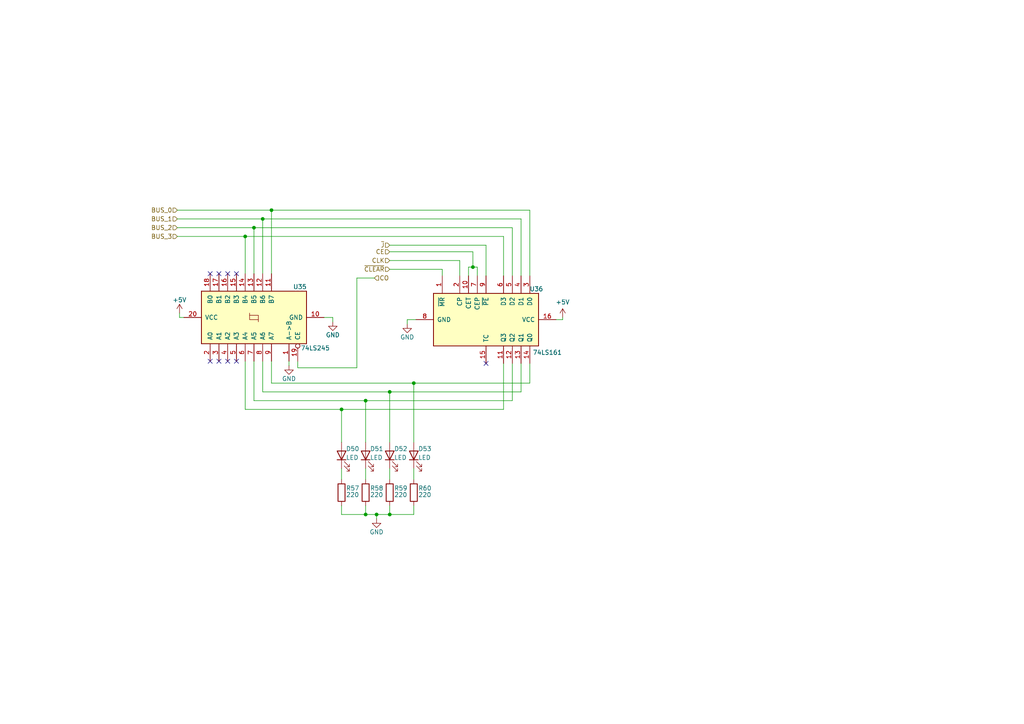
<source format=kicad_sch>
(kicad_sch (version 20211123) (generator eeschema)
  (paper "A4")
  (lib_symbols
    (symbol "74xx:74LS161" (pin_names (offset 1.016))
      (property "Reference" "U" (at -7.62 16.51 0))
      (property "Value" "74LS161" (at -7.62 -16.51 0))
      (symbol "74LS161_1_0"
        (pin input line (at -12.7 -12.7 0) (length 5.08) (name "~{MR}") (number "1"))
        (pin input line (at -12.7 -5.08 0) (length 5.08) (name "CET") (number "10"))
        (pin output line (at 12.7 5.08 180) (length 5.08) (name "Q3") (number "11"))
        (pin output line (at 12.7 7.62 180) (length 5.08) (name "Q2") (number "12"))
        (pin output line (at 12.7 10.16 180) (length 5.08) (name "Q1") (number "13"))
        (pin output line (at 12.7 12.7 180) (length 5.08) (name "Q0") (number "14"))
        (pin output line (at 12.7 0 180) (length 5.08) (name "TC") (number "15"))
        (pin power_in line (at 0 20.32 270) (length 5.08) (name "VCC") (number "16"))
        (pin input line (at -12.7 -7.62 0) (length 5.08) (name "CP") (number "2"))
        (pin input line (at -12.7 12.7 0) (length 5.08) (name "D0") (number "3"))
        (pin input line (at -12.7 10.16 0) (length 5.08) (name "D1") (number "4"))
        (pin input line (at -12.7 7.62 0) (length 5.08) (name "D2") (number "5"))
        (pin input line (at -12.7 5.08 0) (length 5.08) (name "D3") (number "6"))
        (pin input line (at -12.7 -2.54 0) (length 5.08) (name "CEP") (number "7"))
        (pin power_in line (at 0 -20.32 90) (length 5.08) (name "GND") (number "8"))
        (pin input line (at -12.7 0 0) (length 5.08) (name "~{PE}") (number "9"))
      )
      (symbol "74LS161_1_1"
        (rectangle (start -7.62 15.24) (end 7.62 -15.24) (stroke (width 0.254)) (fill (type background)))
      )
    )
    (symbol "74xx:74LS245" (pin_names (offset 1.016))
      (property "Reference" "U" (at -7.62 16.51 0))
      (property "Value" "74LS245" (at -7.62 -16.51 0))
      (symbol "74LS245_1_0"
        (polyline (pts (xy -0.635 -1.27) (xy -0.635 1.27) (xy 0.635 1.27)))
        (polyline (pts (xy -1.27 -1.27) (xy 0.635 -1.27) (xy 0.635 1.27) (xy 1.27 1.27)))
        (pin input line (at -12.7 -10.16 0) (length 5.08) (name "A->B") (number "1"))
        (pin power_in line (at 0 -20.32 90) (length 5.08) (name "GND") (number "10"))
        (pin tri_state line (at 12.7 -5.08 180) (length 5.08) (name "B7") (number "11"))
        (pin tri_state line (at 12.7 -2.54 180) (length 5.08) (name "B6") (number "12"))
        (pin tri_state line (at 12.7 0 180) (length 5.08) (name "B5") (number "13"))
        (pin tri_state line (at 12.7 2.54 180) (length 5.08) (name "B4") (number "14"))
        (pin tri_state line (at 12.7 5.08 180) (length 5.08) (name "B3") (number "15"))
        (pin tri_state line (at 12.7 7.62 180) (length 5.08) (name "B2") (number "16"))
        (pin tri_state line (at 12.7 10.16 180) (length 5.08) (name "B1") (number "17"))
        (pin tri_state line (at 12.7 12.7 180) (length 5.08) (name "B0") (number "18"))
        (pin input inverted (at -12.7 -12.7 0) (length 5.08) (name "CE") (number "19"))
        (pin tri_state line (at -12.7 12.7 0) (length 5.08) (name "A0") (number "2"))
        (pin power_in line (at 0 20.32 270) (length 5.08) (name "VCC") (number "20"))
        (pin tri_state line (at -12.7 10.16 0) (length 5.08) (name "A1") (number "3"))
        (pin tri_state line (at -12.7 7.62 0) (length 5.08) (name "A2") (number "4"))
        (pin tri_state line (at -12.7 5.08 0) (length 5.08) (name "A3") (number "5"))
        (pin tri_state line (at -12.7 2.54 0) (length 5.08) (name "A4") (number "6"))
        (pin tri_state line (at -12.7 0 0) (length 5.08) (name "A5") (number "7"))
        (pin tri_state line (at -12.7 -2.54 0) (length 5.08) (name "A6") (number "8"))
        (pin tri_state line (at -12.7 -5.08 0) (length 5.08) (name "A7") (number "9"))
      )
      (symbol "74LS245_1_1"
        (rectangle (start -7.62 15.24) (end 7.62 -15.24) (stroke (width 0.254)) (fill (type background)))
      )
    )
    (symbol "Device:LED" (pin_numbers hide) (pin_names (offset 1.016) hide)
      (property "Reference" "D" (at 0 2.54 0))
      (property "Value" "LED" (at 0 -2.54 0))
      (symbol "LED_0_1"
        (polyline (pts (xy -1.27 -1.27) (xy -1.27 1.27)) (stroke (width 0.254)))
        (polyline (pts (xy -1.27 0) (xy 1.27 0)))
        (polyline (pts (xy 1.27 -1.27) (xy 1.27 1.27) (xy -1.27 0) (xy 1.27 -1.27)) (stroke (width 0.254)))
        (polyline (pts (xy -3.048 -0.762) (xy -4.572 -2.286) (xy -3.81 -2.286) (xy -4.572 -2.286) (xy -4.572 -1.524)))
        (polyline (pts (xy -1.778 -0.762) (xy -3.302 -2.286) (xy -2.54 -2.286) (xy -3.302 -2.286) (xy -3.302 -1.524)))
      )
      (symbol "LED_1_1"
        (pin passive line (at -3.81 0 0) (length 2.54) (name "K") (number "1"))
        (pin passive line (at 3.81 0 180) (length 2.54) (name "A") (number "2"))
      )
    )
    (symbol "Device:R" (pin_numbers hide) (pin_names (offset 0))
      (property "Reference" "R" (at 2.032 0 90))
      (property "Value" "R" (at 0 0 90))
      (symbol "R_0_1"
        (rectangle (start -1.016 -2.54) (end 1.016 2.54) (stroke (width 0.254)))
      )
      (symbol "R_1_1"
        (pin passive line (at 0 3.81 270) (length 1.27) (name "~") (number "1"))
        (pin passive line (at 0 -3.81 90) (length 1.27) (name "~") (number "2"))
      )
    )
    (symbol "power:+5V" (power) (pin_names (offset 0))
      (property "Value" "+5V" (at 0 3.556 0))
      (symbol "+5V_0_1"
        (polyline (pts (xy -0.762 1.27) (xy 0 2.54)))
        (polyline (pts (xy 0 0) (xy 0 2.54)))
        (polyline (pts (xy 0 2.54) (xy 0.762 1.27)))
      )
      (symbol "+5V_1_1"
        (pin power_in line (at 0 0 90) (length 0) hide (name "+5V") (number "1"))
      )
    )
    (symbol "power:GND" (power) (pin_names (offset 0))
      (property "Value" "GND" (at 0 -3.81 0))
      (symbol "GND_0_1"
        (polyline (pts (xy 0 0) (xy 0 -1.27) (xy 1.27 -1.27) (xy 0 -2.54) (xy -1.27 -1.27) (xy 0 -1.27)))
      )
      (symbol "GND_1_1"
        (pin power_in line (at 0 0 270) (length 0) hide (name "GND") (number "1"))
      )
    )
  )
  (junction (at 109.22 149.225))
  (junction (at 113.03 113.665))
  (junction (at 106.045 116.205))
  (junction (at 76.2 63.5))
  (junction (at 99.06 118.745))
  (junction (at 113.03 149.225))
  (junction (at 120.015 111.125))
  (junction (at 73.66 66.04))
  (junction (at 71.12 68.58))
  (junction (at 78.74 60.96))
  (junction (at 137.16 77.47))
  (junction (at 106.045 149.225))
  (no_connect (at 68.58 104.775))
  (no_connect (at 63.5 79.375))
  (no_connect (at 66.04 79.375))
  (no_connect (at 68.58 79.375))
  (no_connect (at 60.96 79.375))
  (no_connect (at 140.97 105.41))
  (no_connect (at 60.96 104.775))
  (no_connect (at 63.5 104.775))
  (no_connect (at 66.04 104.775))
  (wire (pts (xy 146.05 105.41) (xy 146.05 118.745)))
  (wire (pts (xy 106.045 135.89) (xy 106.045 139.065)))
  (wire (pts (xy 137.16 77.47) (xy 135.89 77.47)))
  (wire (pts (xy 113.03 135.89) (xy 113.03 139.065)))
  (wire (pts (xy 76.2 113.665) (xy 76.2 104.775)))
  (wire (pts (xy 163.195 92.71) (xy 163.195 92.075)))
  (wire (pts (xy 151.13 105.41) (xy 151.13 113.665)))
  (wire (pts (xy 148.59 80.01) (xy 148.59 66.04)))
  (wire (pts (xy 153.67 111.125) (xy 153.67 105.41)))
  (wire (pts (xy 113.03 71.12) (xy 140.97 71.12)))
  (wire (pts (xy 137.16 73.025) (xy 137.16 77.47)))
  (wire (pts (xy 96.52 92.075) (xy 96.52 93.345)))
  (wire (pts (xy 138.43 80.01) (xy 138.43 77.47)))
  (wire (pts (xy 146.05 118.745) (xy 99.06 118.745)))
  (wire (pts (xy 106.045 146.685) (xy 106.045 149.225)))
  (wire (pts (xy 113.03 149.225) (xy 120.015 149.225)))
  (wire (pts (xy 113.03 146.685) (xy 113.03 149.225)))
  (wire (pts (xy 99.06 149.225) (xy 106.045 149.225)))
  (wire (pts (xy 106.045 116.205) (xy 148.59 116.205)))
  (wire (pts (xy 71.12 68.58) (xy 71.12 79.375)))
  (wire (pts (xy 78.74 60.96) (xy 78.74 79.375)))
  (wire (pts (xy 135.89 77.47) (xy 135.89 80.01)))
  (wire (pts (xy 109.22 150.495) (xy 109.22 149.225)))
  (wire (pts (xy 113.03 78.105) (xy 128.27 78.105)))
  (wire (pts (xy 73.66 116.205) (xy 106.045 116.205)))
  (wire (pts (xy 106.045 116.205) (xy 106.045 128.27)))
  (wire (pts (xy 76.2 63.5) (xy 76.2 79.375)))
  (wire (pts (xy 151.13 63.5) (xy 76.2 63.5)))
  (wire (pts (xy 151.13 113.665) (xy 113.03 113.665)))
  (wire (pts (xy 73.66 66.04) (xy 73.66 79.375)))
  (wire (pts (xy 53.34 92.075) (xy 52.07 92.075)))
  (wire (pts (xy 93.98 92.075) (xy 96.52 92.075)))
  (wire (pts (xy 153.67 60.96) (xy 78.74 60.96)))
  (wire (pts (xy 128.27 78.105) (xy 128.27 80.01)))
  (wire (pts (xy 99.06 135.89) (xy 99.06 139.065)))
  (wire (pts (xy 109.22 149.225) (xy 113.03 149.225)))
  (wire (pts (xy 71.12 118.745) (xy 71.12 104.775)))
  (wire (pts (xy 51.435 68.58) (xy 71.12 68.58)))
  (wire (pts (xy 86.36 106.68) (xy 86.36 104.775)))
  (wire (pts (xy 73.66 104.775) (xy 73.66 116.205)))
  (wire (pts (xy 120.015 111.125) (xy 120.015 128.27)))
  (wire (pts (xy 99.06 146.685) (xy 99.06 149.225)))
  (wire (pts (xy 133.35 80.01) (xy 133.35 75.565)))
  (wire (pts (xy 118.11 93.98) (xy 118.11 92.71)))
  (wire (pts (xy 99.06 118.745) (xy 71.12 118.745)))
  (wire (pts (xy 153.67 80.01) (xy 153.67 60.96)))
  (wire (pts (xy 78.74 111.125) (xy 120.015 111.125)))
  (wire (pts (xy 113.03 113.665) (xy 113.03 128.27)))
  (wire (pts (xy 146.05 68.58) (xy 71.12 68.58)))
  (wire (pts (xy 151.13 80.01) (xy 151.13 63.5)))
  (wire (pts (xy 148.59 66.04) (xy 73.66 66.04)))
  (wire (pts (xy 113.03 113.665) (xy 76.2 113.665)))
  (wire (pts (xy 140.97 71.12) (xy 140.97 80.01)))
  (wire (pts (xy 120.015 135.89) (xy 120.015 139.065)))
  (wire (pts (xy 103.505 80.645) (xy 103.505 106.68)))
  (wire (pts (xy 148.59 105.41) (xy 148.59 116.205)))
  (wire (pts (xy 113.03 73.025) (xy 137.16 73.025)))
  (wire (pts (xy 51.435 60.96) (xy 78.74 60.96)))
  (wire (pts (xy 120.015 149.225) (xy 120.015 146.685)))
  (wire (pts (xy 51.435 63.5) (xy 76.2 63.5)))
  (wire (pts (xy 106.045 149.225) (xy 109.22 149.225)))
  (wire (pts (xy 103.505 106.68) (xy 86.36 106.68)))
  (wire (pts (xy 133.35 75.565) (xy 113.03 75.565)))
  (wire (pts (xy 52.07 92.075) (xy 52.07 90.805)))
  (wire (pts (xy 118.11 92.71) (xy 120.65 92.71)))
  (wire (pts (xy 120.015 111.125) (xy 153.67 111.125)))
  (wire (pts (xy 51.435 66.04) (xy 73.66 66.04)))
  (wire (pts (xy 83.82 104.775) (xy 83.82 106.045)))
  (wire (pts (xy 138.43 77.47) (xy 137.16 77.47)))
  (wire (pts (xy 78.74 104.775) (xy 78.74 111.125)))
  (wire (pts (xy 99.06 118.745) (xy 99.06 128.27)))
  (wire (pts (xy 108.585 80.645) (xy 103.505 80.645)))
  (wire (pts (xy 161.29 92.71) (xy 163.195 92.71)))
  (wire (pts (xy 146.05 80.01) (xy 146.05 68.58)))
  (hierarchical_label "BUS_0" (shape input) (at 51.435 60.96 180))
  (hierarchical_label "~{CLEAR}" (shape input) (at 113.03 78.105 180))
  (hierarchical_label "CE" (shape input) (at 113.03 73.025 180))
  (hierarchical_label "CO" (shape input) (at 108.585 80.645 0))
  (hierarchical_label "BUS_2" (shape input) (at 51.435 66.04 180))
  (hierarchical_label "BUS_1" (shape input) (at 51.435 63.5 180))
  (hierarchical_label "~{J}" (shape input) (at 113.03 71.12 180))
  (hierarchical_label "BUS_3" (shape input) (at 51.435 68.58 180))
  (hierarchical_label "CLK" (shape input) (at 113.03 75.565 180))
  (symbol (lib_id "Device:R") (at 120.015 142.875 0) (unit 1)
    (property "Reference" "R60" (at 121.285 141.605 0) (effects (justify left)))
    (property "Value" "220" (at 121.285 143.51 0) (effects (justify left)))
  )
  (symbol (lib_id "power:GND") (at 109.22 150.495 0) (unit 1)
    (property "Reference" "#PWR0192" (effects hide))
    (property "Value" "GND" (at 109.22 154.305 0))
  )
  (symbol (lib_id "74xx:74LS245") (at 73.66 92.075 90) (unit 1)
    (property "Reference" "U35" (at 86.995 83.185 90))
    (property "Value" "74LS245" (at 91.44 100.965 90))
    (property "Datasheet" "http://www.ti.com/lit/gpn/sn74LS245" (effects hide))
  )
  (symbol (lib_id "power:GND") (at 83.82 106.045 0) (unit 1)
    (property "Reference" "#PWR0191" (effects hide))
    (property "Value" "GND" (at 83.82 109.855 0))
  )
  (symbol (lib_id "power:+5V") (at 163.195 92.075 0) (unit 1)
    (property "Reference" "#PWR0194" (effects hide))
    (property "Value" "+5V" (at 163.195 87.63 0))
  )
  (symbol (lib_id "Device:LED") (at 106.045 132.08 90) (unit 1)
    (property "Reference" "D51" (at 107.315 130.175 90) (effects (justify right)))
    (property "Value" "LED" (at 107.315 132.715 90) (effects (justify right)))
  )
  (symbol (lib_id "74xx:74LS161") (at 140.97 92.71 270) (unit 1)
    (property "Reference" "U36" (at 155.575 83.82 90))
    (property "Value" "74LS161" (at 158.75 102.235 90))
    (property "Datasheet" "http://www.ti.com/lit/gpn/sn74LS161" (effects hide))
  )
  (symbol (lib_id "Device:LED") (at 120.015 132.08 90) (unit 1)
    (property "Reference" "D53" (at 121.285 130.175 90) (effects (justify right)))
    (property "Value" "LED" (at 121.285 132.715 90) (effects (justify right)))
  )
  (symbol (lib_id "Device:LED") (at 99.06 132.08 90) (unit 1)
    (property "Reference" "D50" (at 100.33 130.175 90) (effects (justify right)))
    (property "Value" "LED" (at 100.33 132.715 90) (effects (justify right)))
  )
  (symbol (lib_id "Device:R") (at 113.03 142.875 0) (unit 1)
    (property "Reference" "R59" (at 114.3 141.605 0) (effects (justify left)))
    (property "Value" "220" (at 114.3 143.51 0) (effects (justify left)))
  )
  (symbol (lib_id "power:+5V") (at 52.07 90.805 0) (unit 1)
    (property "Reference" "#PWR0190" (effects hide))
    (property "Value" "+5V" (at 52.07 86.995 0))
  )
  (symbol (lib_id "power:GND") (at 118.11 93.98 0) (unit 1)
    (property "Reference" "#PWR0193" (effects hide))
    (property "Value" "GND" (at 118.11 97.79 0))
  )
  (symbol (lib_id "power:GND") (at 96.52 93.345 0) (unit 1)
    (property "Reference" "#PWR0189" (effects hide))
    (property "Value" "GND" (at 96.52 97.155 0))
  )
  (symbol (lib_id "Device:R") (at 99.06 142.875 0) (unit 1)
    (property "Reference" "R57" (at 100.33 141.605 0) (effects (justify left)))
    (property "Value" "220" (at 100.33 143.51 0) (effects (justify left)))
  )
  (symbol (lib_id "Device:R") (at 106.045 142.875 0) (unit 1)
    (property "Reference" "R58" (at 107.315 141.605 0) (effects (justify left)))
    (property "Value" "220" (at 107.315 143.51 0) (effects (justify left)))
  )
  (symbol (lib_id "Device:LED") (at 113.03 132.08 90) (unit 1)
    (property "Reference" "D52" (at 114.3 130.175 90) (effects (justify right)))
    (property "Value" "LED" (at 114.3 132.715 90) (effects (justify right)))
  )
)
</source>
